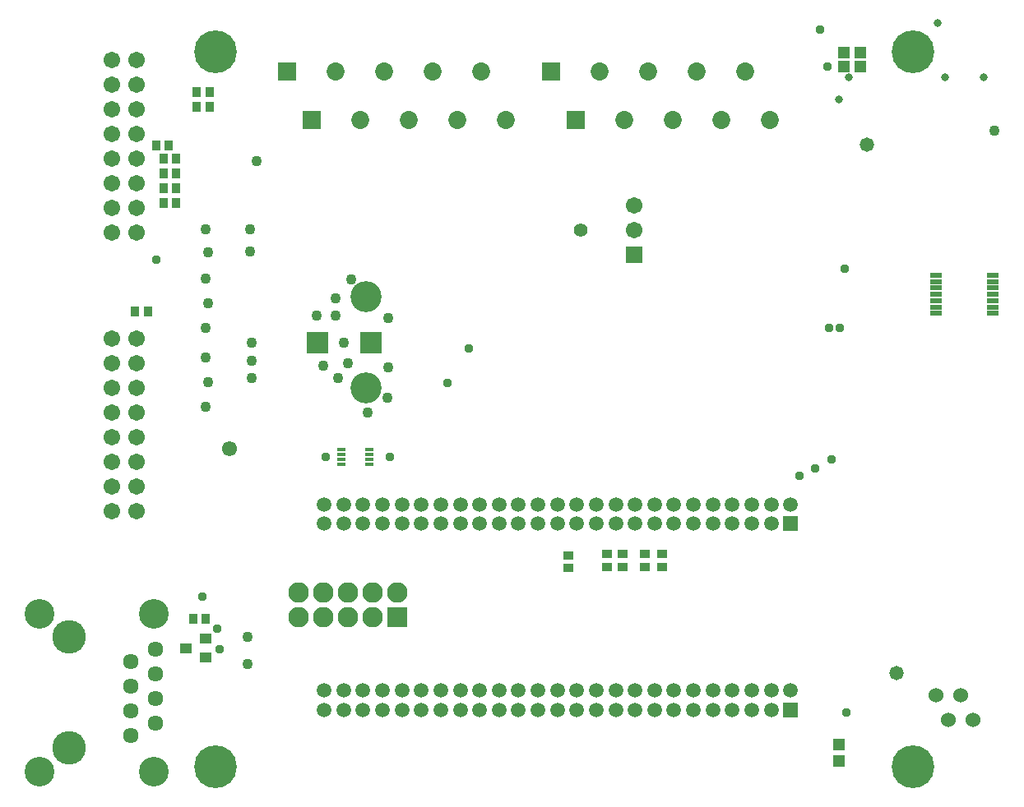
<source format=gbs>
G75*
%MOIN*%
%OFA0B0*%
%FSLAX25Y25*%
%IPPOS*%
%LPD*%
%AMOC8*
5,1,8,0,0,1.08239X$1,22.5*
%
%ADD10R,0.05950X0.05950*%
%ADD11C,0.05950*%
%ADD12R,0.08300X0.08300*%
%ADD13C,0.08300*%
%ADD14C,0.05800*%
%ADD15R,0.06737X0.06737*%
%ADD16C,0.06737*%
%ADD17R,0.07296X0.07296*%
%ADD18C,0.07296*%
%ADD19R,0.03556X0.04343*%
%ADD20R,0.05131X0.04737*%
%ADD21C,0.06343*%
%ADD22C,0.12020*%
%ADD23C,0.13600*%
%ADD24R,0.09068X0.09068*%
%ADD25C,0.12611*%
%ADD26R,0.04700X0.02000*%
%ADD27C,0.06000*%
%ADD28R,0.04643X0.03950*%
%ADD29R,0.04737X0.05131*%
%ADD30R,0.04343X0.03556*%
%ADD31R,0.03359X0.01784*%
%ADD32C,0.17300*%
%ADD33C,0.03300*%
%ADD34C,0.03769*%
%ADD35C,0.06115*%
%ADD36C,0.05524*%
%ADD37C,0.04343*%
D10*
X0324538Y0036000D03*
X0324538Y0111500D03*
D11*
X0316664Y0111500D03*
X0308790Y0111500D03*
X0300916Y0111500D03*
X0293042Y0111500D03*
X0285168Y0111500D03*
X0277294Y0111500D03*
X0269420Y0111500D03*
X0261546Y0111500D03*
X0253672Y0111500D03*
X0245798Y0111500D03*
X0237924Y0111500D03*
X0230050Y0111500D03*
X0222176Y0111500D03*
X0214302Y0111500D03*
X0206428Y0111500D03*
X0198554Y0111500D03*
X0190680Y0111500D03*
X0182806Y0111500D03*
X0174931Y0111500D03*
X0167057Y0111500D03*
X0159183Y0111500D03*
X0151309Y0111500D03*
X0143435Y0111500D03*
X0135561Y0111500D03*
X0135561Y0119374D03*
X0143435Y0119374D03*
X0151309Y0119374D03*
X0159183Y0119374D03*
X0167057Y0119374D03*
X0174931Y0119374D03*
X0182806Y0119374D03*
X0190680Y0119374D03*
X0198554Y0119374D03*
X0206428Y0119374D03*
X0214302Y0119374D03*
X0222176Y0119374D03*
X0230050Y0119374D03*
X0237924Y0119374D03*
X0245798Y0119374D03*
X0253672Y0119374D03*
X0261546Y0119374D03*
X0269420Y0119374D03*
X0277294Y0119374D03*
X0285168Y0119374D03*
X0293042Y0119374D03*
X0300916Y0119374D03*
X0308790Y0119374D03*
X0316664Y0119374D03*
X0324538Y0119374D03*
X0324538Y0043874D03*
X0316664Y0043874D03*
X0316664Y0036000D03*
X0308790Y0036000D03*
X0300916Y0036000D03*
X0300916Y0043874D03*
X0308790Y0043874D03*
X0293042Y0043874D03*
X0293042Y0036000D03*
X0285168Y0036000D03*
X0285168Y0043874D03*
X0277294Y0043874D03*
X0277294Y0036000D03*
X0269420Y0036000D03*
X0269420Y0043874D03*
X0261546Y0043874D03*
X0261546Y0036000D03*
X0253672Y0036000D03*
X0253672Y0043874D03*
X0245798Y0043874D03*
X0245798Y0036000D03*
X0237924Y0036000D03*
X0237924Y0043874D03*
X0230050Y0043874D03*
X0230050Y0036000D03*
X0222176Y0036000D03*
X0214302Y0036000D03*
X0214302Y0043874D03*
X0222176Y0043874D03*
X0206428Y0043874D03*
X0206428Y0036000D03*
X0198554Y0036000D03*
X0198554Y0043874D03*
X0190680Y0043874D03*
X0190680Y0036000D03*
X0182806Y0036000D03*
X0182806Y0043874D03*
X0174931Y0043874D03*
X0167057Y0043874D03*
X0159183Y0043874D03*
X0151309Y0043874D03*
X0143435Y0043874D03*
X0135561Y0043874D03*
X0135561Y0036000D03*
X0143435Y0036000D03*
X0151309Y0036000D03*
X0159183Y0036000D03*
X0167057Y0036000D03*
X0174931Y0036000D03*
D12*
X0165038Y0073500D03*
D13*
X0165038Y0083500D03*
X0155038Y0083500D03*
X0145038Y0083500D03*
X0145038Y0073500D03*
X0155038Y0073500D03*
X0135038Y0073500D03*
X0125038Y0073500D03*
X0125038Y0083500D03*
X0135038Y0083500D03*
D14*
X0367538Y0051050D03*
X0355538Y0265150D03*
D15*
X0261038Y0220500D03*
D16*
X0261038Y0230500D03*
X0261038Y0240500D03*
X0059538Y0239500D03*
X0049538Y0239500D03*
X0049538Y0229500D03*
X0059538Y0229500D03*
X0059538Y0249500D03*
X0049538Y0249500D03*
X0049538Y0259500D03*
X0059538Y0259500D03*
X0059538Y0269500D03*
X0049538Y0269500D03*
X0049538Y0279500D03*
X0059538Y0279500D03*
X0059538Y0289500D03*
X0049538Y0289500D03*
X0049538Y0299500D03*
X0059538Y0299500D03*
X0059538Y0186500D03*
X0049538Y0186500D03*
X0049538Y0176500D03*
X0059538Y0176500D03*
X0059538Y0166500D03*
X0049538Y0166500D03*
X0049538Y0156500D03*
X0059538Y0156500D03*
X0059538Y0146500D03*
X0049538Y0146500D03*
X0049538Y0136500D03*
X0059538Y0136500D03*
X0059538Y0126500D03*
X0049538Y0126500D03*
X0049538Y0116500D03*
X0059538Y0116500D03*
D17*
X0130380Y0275315D03*
X0120538Y0295000D03*
X0227538Y0295000D03*
X0237380Y0275315D03*
D18*
X0257065Y0275315D03*
X0276750Y0275315D03*
X0296435Y0275315D03*
X0316120Y0275315D03*
X0306278Y0295000D03*
X0286593Y0295000D03*
X0266908Y0295000D03*
X0247223Y0295000D03*
X0209120Y0275315D03*
X0189435Y0275315D03*
X0169750Y0275315D03*
X0150065Y0275315D03*
X0140223Y0295000D03*
X0159908Y0295000D03*
X0179593Y0295000D03*
X0199278Y0295000D03*
D19*
X0089097Y0286500D03*
X0083979Y0286500D03*
X0083979Y0280500D03*
X0089097Y0280500D03*
X0072597Y0265000D03*
X0067479Y0265000D03*
X0070479Y0259500D03*
X0075597Y0259500D03*
X0075597Y0253500D03*
X0070479Y0253500D03*
X0070479Y0247500D03*
X0075597Y0247500D03*
X0075597Y0241500D03*
X0070479Y0241500D03*
X0064097Y0197500D03*
X0058979Y0197500D03*
X0082479Y0073000D03*
X0087597Y0073000D03*
D20*
X0346191Y0297000D03*
X0346191Y0302500D03*
X0352884Y0302500D03*
X0352884Y0297000D03*
D21*
X0067038Y0060500D03*
X0067038Y0050500D03*
X0067038Y0040500D03*
X0067038Y0030500D03*
X0057038Y0025500D03*
X0057038Y0035500D03*
X0057038Y0045500D03*
X0057038Y0055500D03*
D22*
X0020038Y0011000D03*
X0066526Y0011000D03*
X0066526Y0075000D03*
X0020038Y0075000D03*
D23*
X0032038Y0065500D03*
X0032038Y0020500D03*
D24*
X0132711Y0185000D03*
X0154365Y0185000D03*
D25*
X0152554Y0166496D03*
X0152554Y0203504D03*
D26*
X0383550Y0204500D03*
X0383550Y0201941D03*
X0383550Y0199382D03*
X0383550Y0196823D03*
X0383550Y0207059D03*
X0383550Y0209618D03*
X0383550Y0212177D03*
X0406525Y0212177D03*
X0406525Y0209618D03*
X0406525Y0207059D03*
X0406525Y0204500D03*
X0406525Y0201941D03*
X0406525Y0199382D03*
X0406525Y0196823D03*
D27*
X0393538Y0042000D03*
X0383538Y0042000D03*
X0388538Y0032000D03*
X0398538Y0032000D03*
D28*
X0087475Y0057260D03*
X0079601Y0061000D03*
X0087475Y0064740D03*
D29*
X0344038Y0021846D03*
X0344038Y0015154D03*
D30*
X0272538Y0093941D03*
X0272538Y0099059D03*
X0265538Y0099059D03*
X0265538Y0093941D03*
X0256538Y0093941D03*
X0256538Y0099059D03*
X0250038Y0099059D03*
X0250038Y0093941D03*
X0234538Y0093441D03*
X0234538Y0098559D03*
D31*
X0153746Y0135547D03*
X0153746Y0137516D03*
X0153746Y0139484D03*
X0153746Y0141453D03*
X0142329Y0141453D03*
X0142329Y0139484D03*
X0142329Y0137516D03*
X0142329Y0135547D03*
D32*
X0091638Y0013000D03*
X0374138Y0013000D03*
X0374038Y0303000D03*
X0091638Y0303000D03*
D33*
X0344163Y0283625D03*
X0348038Y0292500D03*
X0387038Y0292581D03*
X0402913Y0292581D03*
X0384038Y0314500D03*
D34*
X0339384Y0297000D03*
X0336384Y0312000D03*
X0346538Y0215000D03*
X0344538Y0191000D03*
X0340038Y0191000D03*
X0341038Y0137500D03*
X0334538Y0134000D03*
X0328038Y0131000D03*
X0347038Y0035000D03*
X0185538Y0168500D03*
X0194038Y0182500D03*
X0162038Y0138500D03*
X0136038Y0138500D03*
X0086038Y0082000D03*
X0092038Y0069000D03*
X0093038Y0060500D03*
X0067538Y0218500D03*
D35*
X0097038Y0142000D03*
D36*
X0239538Y0230500D03*
D37*
X0161538Y0195000D03*
X0143538Y0185000D03*
X0145038Y0176500D03*
X0141038Y0170500D03*
X0135038Y0175500D03*
X0132538Y0196000D03*
X0140038Y0196000D03*
X0140038Y0203000D03*
X0146538Y0210500D03*
X0105538Y0222000D03*
X0105538Y0231000D03*
X0087538Y0231000D03*
X0088538Y0221500D03*
X0087538Y0211000D03*
X0088538Y0201000D03*
X0087538Y0191000D03*
X0087538Y0179000D03*
X0088538Y0169000D03*
X0087538Y0159000D03*
X0106038Y0170500D03*
X0106038Y0177500D03*
X0106038Y0185000D03*
X0153038Y0156500D03*
X0161038Y0162500D03*
X0161538Y0175000D03*
X0108038Y0258500D03*
X0104538Y0065500D03*
X0104538Y0054500D03*
X0407038Y0271000D03*
M02*

</source>
